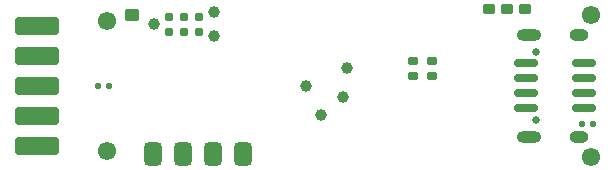
<source format=gbr>
G04 #@! TF.GenerationSoftware,KiCad,Pcbnew,7.0.7*
G04 #@! TF.CreationDate,2024-03-21T15:18:08+09:00*
G04 #@! TF.ProjectId,rs-probe,72732d70-726f-4626-952e-6b696361645f,rev?*
G04 #@! TF.SameCoordinates,Original*
G04 #@! TF.FileFunction,Soldermask,Bot*
G04 #@! TF.FilePolarity,Negative*
%FSLAX46Y46*%
G04 Gerber Fmt 4.6, Leading zero omitted, Abs format (unit mm)*
G04 Created by KiCad (PCBNEW 7.0.7) date 2024-03-21 15:18:08*
%MOMM*%
%LPD*%
G01*
G04 APERTURE LIST*
G04 Aperture macros list*
%AMRoundRect*
0 Rectangle with rounded corners*
0 $1 Rounding radius*
0 $2 $3 $4 $5 $6 $7 $8 $9 X,Y pos of 4 corners*
0 Add a 4 corners polygon primitive as box body*
4,1,4,$2,$3,$4,$5,$6,$7,$8,$9,$2,$3,0*
0 Add four circle primitives for the rounded corners*
1,1,$1+$1,$2,$3*
1,1,$1+$1,$4,$5*
1,1,$1+$1,$6,$7*
1,1,$1+$1,$8,$9*
0 Add four rect primitives between the rounded corners*
20,1,$1+$1,$2,$3,$4,$5,0*
20,1,$1+$1,$4,$5,$6,$7,0*
20,1,$1+$1,$6,$7,$8,$9,0*
20,1,$1+$1,$8,$9,$2,$3,0*%
G04 Aperture macros list end*
%ADD10RoundRect,0.400000X-1.500000X-0.400000X1.500000X-0.400000X1.500000X0.400000X-1.500000X0.400000X0*%
%ADD11C,0.650000*%
%ADD12O,2.100000X1.000000*%
%ADD13O,1.600000X1.000000*%
%ADD14C,1.552000*%
%ADD15RoundRect,0.200000X0.350000X-0.200000X0.350000X0.200000X-0.350000X0.200000X-0.350000X-0.200000X0*%
%ADD16C,0.990600*%
%ADD17C,0.787400*%
%ADD18C,1.000000*%
%ADD19RoundRect,0.137500X0.137500X0.137500X-0.137500X0.137500X-0.137500X-0.137500X0.137500X-0.137500X0*%
%ADD20RoundRect,0.175000X0.250000X-0.175000X0.250000X0.175000X-0.250000X0.175000X-0.250000X-0.175000X0*%
%ADD21RoundRect,0.137500X-0.137500X-0.137500X0.137500X-0.137500X0.137500X0.137500X-0.137500X0.137500X0*%
%ADD22RoundRect,0.375000X0.375000X0.625000X-0.375000X0.625000X-0.375000X-0.625000X0.375000X-0.625000X0*%
%ADD23RoundRect,0.275000X0.325000X0.275000X-0.325000X0.275000X-0.325000X-0.275000X0.325000X-0.275000X0*%
%ADD24RoundRect,0.150000X-0.825000X-0.150000X0.825000X-0.150000X0.825000X0.150000X-0.825000X0.150000X0*%
G04 APERTURE END LIST*
D10*
X132100000Y-87920000D03*
X132100000Y-90460000D03*
X132100000Y-93000000D03*
X132100000Y-95540000D03*
X132100000Y-98080000D03*
D11*
X174300000Y-95890000D03*
X174300000Y-90110000D03*
D12*
X173770000Y-97320000D03*
D13*
X177950000Y-97320000D03*
D12*
X173770000Y-88680000D03*
D13*
X177950000Y-88680000D03*
D14*
X179000000Y-99000000D03*
X138000000Y-98500000D03*
X138000000Y-87500000D03*
X179000000Y-87000000D03*
D15*
X170400000Y-86508000D03*
X171900000Y-86508000D03*
X173400000Y-86508000D03*
D16*
X141960000Y-87800000D03*
X147040000Y-86784000D03*
X147040000Y-88816000D03*
D17*
X143230000Y-87165000D03*
X143230000Y-88435000D03*
X144500000Y-87165000D03*
X144500000Y-88435000D03*
X145770000Y-87165000D03*
X145770000Y-88435000D03*
D18*
X154900000Y-93000000D03*
D19*
X179150000Y-96250000D03*
X178250000Y-96250000D03*
D18*
X158000000Y-94000000D03*
X158300000Y-91500000D03*
D20*
X163925000Y-92175000D03*
X163925000Y-90875000D03*
D18*
X156100000Y-95500000D03*
D21*
X137250000Y-93000000D03*
X138150000Y-93000000D03*
D22*
X149500000Y-98800000D03*
X144460000Y-98800000D03*
D20*
X165575000Y-92175000D03*
X165575000Y-90875000D03*
D23*
X140100000Y-87000000D03*
D22*
X141950000Y-98800000D03*
X147000000Y-98800000D03*
D24*
X173475000Y-94905000D03*
X173475000Y-93635000D03*
X173475000Y-92365000D03*
X173475000Y-91095000D03*
X178425000Y-91095000D03*
X178425000Y-92365000D03*
X178425000Y-93635000D03*
X178425000Y-94905000D03*
M02*

</source>
